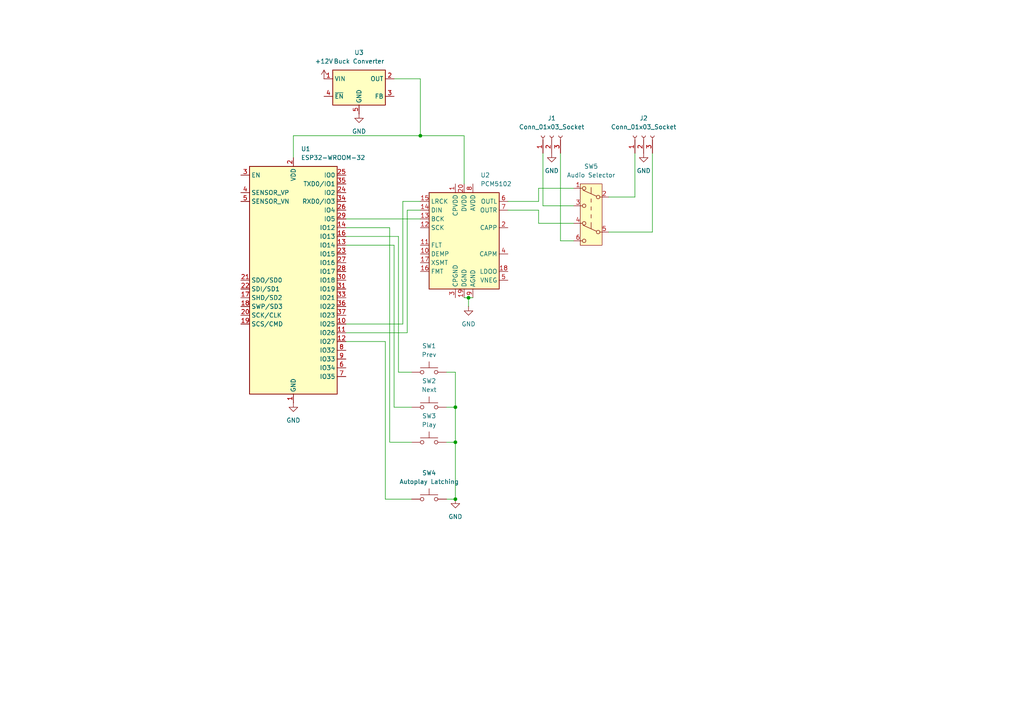
<source format=kicad_sch>
(kicad_sch (version 20231120) (generator "eeschema") (generator_version "8.0")
  (paper "A4")
  (title_block (title "ESP-DIN-BLT") (date "2024-11-28"))
  (lib_symbols
    (symbol "Audio:PCM5102"
      (property "Reference" "U" (at -10.16 13.97 0))
      (property "Value" "PCM5102" (at 3.81 13.97 0))
      (symbol "PCM5102_0_1"
        (rectangle (start -10.16 12.7) (end 10.16 -15.24) (stroke (width 0.254)) (fill (type background)))
      )
      (symbol "PCM5102_1_1"
        (pin passive line (at -2.54 15.24 270) (length 2.54) (name "CPVDD") (number "1"))
        (pin input line (at -12.7 -5.08 0) (length 2.54) (name "DEMP") (number "10"))
        (pin input line (at -12.7 -2.54 0) (length 2.54) (name "FLT") (number "11"))
        (pin input line (at -12.7 2.54 0) (length 2.54) (name "SCK") (number "12"))
        (pin input line (at -12.7 5.08 0) (length 2.54) (name "BCK") (number "13"))
        (pin input line (at -12.7 7.62 0) (length 2.54) (name "DIN") (number "14"))
        (pin input line (at -12.7 10.16 0) (length 2.54) (name "LRCK") (number "15"))
        (pin input line (at -12.7 -10.16 0) (length 2.54) (name "FMT") (number "16"))
        (pin input line (at -12.7 -7.62 0) (length 2.54) (name "XSMT") (number "17"))
        (pin passive line (at 12.7 -10.16 180) (length 2.54) (name "LDOO") (number "18"))
        (pin power_in line (at 0 -17.78 90) (length 2.54) (name "DGND") (number "19"))
        (pin passive line (at 12.7 2.54 180) (length 2.54) (name "CAPP") (number "2"))
        (pin power_in line (at 0 15.24 270) (length 2.54) (name "DVDD") (number "20"))
        (pin power_in line (at -2.54 -17.78 90) (length 2.54) (name "CPGND") (number "3"))
        (pin passive line (at 12.7 -5.08 180) (length 2.54) (name "CAPM") (number "4"))
        (pin passive line (at 12.7 -12.7 180) (length 2.54) (name "VNEG") (number "5"))
        (pin output line (at 12.7 10.16 180) (length 2.54) (name "OUTL") (number "6"))
        (pin output line (at 12.7 7.62 180) (length 2.54) (name "OUTR") (number "7"))
        (pin power_in line (at 2.54 15.24 270) (length 2.54) (name "AVDD") (number "8"))
        (pin power_in line (at 2.54 -17.78 90) (length 2.54) (name "AGND") (number "9"))
      )
    )
    (symbol "Connector:Conn_01x03_Socket" (pin_names (offset 1.016) hide)
      (property "Reference" "J" (at 0 5.08 0))
      (property "Value" "Conn_01x03_Socket" (at 0 -5.08 0))
      (symbol "Conn_01x03_Socket_1_1"
        (arc (start 0 -2.032) (mid -0.5058 -2.54) (end 0 -3.048) (stroke (width 0.1524)))
        (polyline (pts (xy -1.27 -2.54) (xy -0.508 -2.54)) (stroke (width 0.1524)))
        (polyline (pts (xy -1.27 0) (xy -0.508 0)) (stroke (width 0.1524)))
        (polyline (pts (xy -1.27 2.54) (xy -0.508 2.54)) (stroke (width 0.1524)))
        (arc (start 0 0.508) (mid -0.5058 0) (end 0 -0.508) (stroke (width 0.1524)))
        (arc (start 0 3.048) (mid -0.5058 2.54) (end 0 2.032) (stroke (width 0.1524)))
        (pin passive line (at -5.08 2.54 0) (length 3.81) (name "Pin_1") (number "1"))
        (pin passive line (at -5.08 0 0) (length 3.81) (name "Pin_2") (number "2"))
        (pin passive line (at -5.08 -2.54 0) (length 3.81) (name "Pin_3") (number "3"))
      )
    )
    (symbol "RF_Module:ESP32-WROOM-32"
      (property "Reference" "U" (at -12.7 34.29 0))
      (property "Value" "ESP32-WROOM-32" (at 1.27 34.29 0))
      (symbol "ESP32-WROOM-32_0_1"
        (rectangle (start -12.7 33.02) (end 12.7 -33.02) (stroke (width 0.254)) (fill (type background)))
      )
      (symbol "ESP32-WROOM-32_1_1"
        (pin power_in line (at 0 -35.56 90) (length 2.54) (name "GND") (number "1"))
        (pin bidirectional line (at 15.24 -12.7 180) (length 2.54) (name "IO25") (number "10"))
        (pin bidirectional line (at 15.24 -15.24 180) (length 2.54) (name "IO26") (number "11"))
        (pin bidirectional line (at 15.24 -17.78 180) (length 2.54) (name "IO27") (number "12"))
        (pin bidirectional line (at 15.24 10.16 180) (length 2.54) (name "IO14") (number "13"))
        (pin bidirectional line (at 15.24 15.24 180) (length 2.54) (name "IO12") (number "14"))
        (pin passive line (at 0 -35.56 90) (length 2.54) hide (name "GND") (number "15"))
        (pin bidirectional line (at 15.24 12.7 180) (length 2.54) (name "IO13") (number "16"))
        (pin bidirectional line (at -15.24 -5.08 0) (length 2.54) (name "SHD/SD2") (number "17"))
        (pin bidirectional line (at -15.24 -7.62 0) (length 2.54) (name "SWP/SD3") (number "18"))
        (pin bidirectional line (at -15.24 -12.7 0) (length 2.54) (name "SCS/CMD") (number "19"))
        (pin power_in line (at 0 35.56 270) (length 2.54) (name "VDD") (number "2"))
        (pin bidirectional line (at -15.24 -10.16 0) (length 2.54) (name "SCK/CLK") (number "20"))
        (pin bidirectional line (at -15.24 0 0) (length 2.54) (name "SDO/SD0") (number "21"))
        (pin bidirectional line (at -15.24 -2.54 0) (length 2.54) (name "SDI/SD1") (number "22"))
        (pin bidirectional line (at 15.24 7.62 180) (length 2.54) (name "IO15") (number "23"))
        (pin bidirectional line (at 15.24 25.4 180) (length 2.54) (name "IO2") (number "24"))
        (pin bidirectional line (at 15.24 30.48 180) (length 2.54) (name "IO0") (number "25"))
        (pin bidirectional line (at 15.24 20.32 180) (length 2.54) (name "IO4") (number "26"))
        (pin bidirectional line (at 15.24 5.08 180) (length 2.54) (name "IO16") (number "27"))
        (pin bidirectional line (at 15.24 2.54 180) (length 2.54) (name "IO17") (number "28"))
        (pin bidirectional line (at 15.24 17.78 180) (length 2.54) (name "IO5") (number "29"))
        (pin input line (at -15.24 30.48 0) (length 2.54) (name "EN") (number "3"))
        (pin bidirectional line (at 15.24 0 180) (length 2.54) (name "IO18") (number "30"))
        (pin bidirectional line (at 15.24 -2.54 180) (length 2.54) (name "IO19") (number "31"))
        (pin no_connect line (at -12.7 -27.94 0) (length 2.54) hide (name "NC") (number "32"))
        (pin bidirectional line (at 15.24 -5.08 180) (length 2.54) (name "IO21") (number "33"))
        (pin bidirectional line (at 15.24 22.86 180) (length 2.54) (name "RXD0/IO3") (number "34"))
        (pin bidirectional line (at 15.24 27.94 180) (length 2.54) (name "TXD0/IO1") (number "35"))
        (pin bidirectional line (at 15.24 -7.62 180) (length 2.54) (name "IO22") (number "36"))
        (pin bidirectional line (at 15.24 -10.16 180) (length 2.54) (name "IO23") (number "37"))
        (pin passive line (at 0 -35.56 90) (length 2.54) hide (name "GND") (number "38"))
        (pin passive line (at 0 -35.56 90) (length 2.54) hide (name "GND") (number "39"))
        (pin input line (at -15.24 25.4 0) (length 2.54) (name "SENSOR_VP") (number "4"))
        (pin input line (at -15.24 22.86 0) (length 2.54) (name "SENSOR_VN") (number "5"))
        (pin input line (at 15.24 -25.4 180) (length 2.54) (name "IO34") (number "6"))
        (pin input line (at 15.24 -27.94 180) (length 2.54) (name "IO35") (number "7"))
        (pin bidirectional line (at 15.24 -20.32 180) (length 2.54) (name "IO32") (number "8"))
        (pin bidirectional line (at 15.24 -22.86 180) (length 2.54) (name "IO33") (number "9"))
      )
    )
    (symbol "Regulator_Switching:XL1509-5.0"
      (property "Reference" "U" (at -7.112 6.096 0))
      (property "Value" "XL1509-5.0" (at 5.842 6.096 0))
      (symbol "XL1509-5.0_0_1"
        (rectangle (start -7.62 5.08) (end 7.62 -5.08) (stroke (width 0.254)) (fill (type background)))
      )
      (symbol "XL1509-5.0_1_1"
        (pin power_in line (at -10.16 2.54 0) (length 2.54) (name "VIN") (number "1"))
        (pin power_out line (at 10.16 2.54 180) (length 2.54) (name "OUT") (number "2"))
        (pin input line (at 10.16 -2.54 180) (length 2.54) (name "FB") (number "3"))
        (pin input line (at -10.16 -2.54 0) (length 2.54) (name "~{EN}") (number "4"))
        (pin power_in line (at 0 -7.62 90) (length 2.54) (name "GND") (number "5"))
        (pin passive line (at 0 -7.62 90) (length 2.54) hide (name "GND") (number "6"))
        (pin passive line (at 0 -7.62 90) (length 2.54) hide (name "GND") (number "7"))
        (pin passive line (at 0 -7.62 90) (length 2.54) hide (name "GND") (number "8"))
      )
    )
    (symbol "Switch:SW_Push" (pin_numbers hide) (pin_names (offset 1.016) hide)
      (property "Reference" "SW" (at 1.27 2.54 0))
      (property "Value" "SW_Push" (at 0 -1.524 0))
      (symbol "SW_Push_0_1"
        (circle (center -2.032 0) (radius 0.508))
        (polyline (pts (xy 0 1.27) (xy 0 3.048)))
        (polyline (pts (xy 2.54 1.27) (xy -2.54 1.27)))
        (circle (center 2.032 0) (radius 0.508))
        (pin passive line (at -5.08 0 0) (length 2.54) (name "1") (number "1"))
        (pin passive line (at 5.08 0 180) (length 2.54) (name "2") (number "2"))
      )
    )
    (symbol "Switch:SW_Push_DPDT" (pin_names (offset 0) hide)
      (property "Reference" "SW" (at 0 10.16 0))
      (property "Value" "SW_Push_DPDT" (at 0 -10.16 0))
      (symbol "SW_Push_DPDT_0_0"
        (circle (center -2.032 -5.08) (radius 0.508))
        (circle (center -2.032 5.08) (radius 0.508))
        (circle (center 2.032 -7.62) (radius 0.508))
        (circle (center 2.032 2.54) (radius 0.508))
      )
      (symbol "SW_Push_DPDT_0_1"
        (polyline (pts (xy -1.524 -4.826) (xy 2.3368 -3.0988)))
        (polyline (pts (xy -1.524 5.334) (xy 2.3368 7.0612)))
        (polyline (pts (xy 0 -2.286) (xy 0 -4.064)))
        (polyline (pts (xy 0 -1.016) (xy 0 0)))
        (polyline (pts (xy 0 1.27) (xy 0 2.286)))
        (polyline (pts (xy 0 3.556) (xy 0 4.572)))
        (polyline (pts (xy 0 7.874) (xy 0 6.096)))
        (circle (center 2.032 -2.54) (radius 0.508))
        (circle (center 2.032 7.62) (radius 0.508))
      )
      (symbol "SW_Push_DPDT_1_1"
        (rectangle (start -3.175 8.89) (end 3.175 -8.89) (fill (type background)))
        (pin passive line (at 5.08 7.62 180) (length 2.54) (name "A") (number "1"))
        (pin passive line (at -5.08 5.08 0) (length 2.54) (name "B") (number "2"))
        (pin passive line (at 5.08 2.54 180) (length 2.54) (name "C") (number "3"))
        (pin passive line (at 5.08 -2.54 180) (length 2.54) (name "A") (number "4"))
        (pin passive line (at -5.08 -5.08 0) (length 2.54) (name "B") (number "5"))
        (pin passive line (at 5.08 -7.62 180) (length 2.54) (name "C") (number "6"))
      )
    )
    (symbol "power:+12V" (power) (pin_numbers hide) (pin_names (offset 0) hide)
      (property "Value" "+12V" (at 0 3.556 0))
      (symbol "+12V_0_1"
        (polyline (pts (xy -0.762 1.27) (xy 0 2.54)))
        (polyline (pts (xy 0 0) (xy 0 2.54)))
        (polyline (pts (xy 0 2.54) (xy 0.762 1.27)))
      )
      (symbol "+12V_1_1"
        (pin power_in line (at 0 0 90) (length 0) (name "~") (number "1"))
      )
    )
    (symbol "power:GND" (power) (pin_numbers hide) (pin_names (offset 0) hide)
      (property "Value" "GND" (at 0 -3.81 0))
      (symbol "GND_0_1"
        (polyline (pts (xy 0 0) (xy 0 -1.27) (xy 1.27 -1.27) (xy 0 -2.54) (xy -1.27 -1.27) (xy 0 -1.27)))
      )
      (symbol "GND_1_1"
        (pin power_in line (at 0 0 270) (length 0) (name "~") (number "1"))
      )
    )
  )
  (junction (at 132.08 118.11))
  (junction (at 132.08 144.78))
  (junction (at 121.92 39.37))
  (junction (at 132.08 128.27))
  (junction (at 135.89 86.36))
  (wire (pts (xy 132.08 107.95) (xy 132.08 118.11)))
  (wire (pts (xy 132.08 144.78) (xy 129.54 144.78)))
  (wire (pts (xy 156.21 64.77) (xy 166.37 64.77)))
  (wire (pts (xy 135.89 88.9) (xy 135.89 86.36)))
  (wire (pts (xy 121.92 22.86) (xy 121.92 39.37)))
  (wire (pts (xy 118.11 60.96) (xy 121.92 60.96)))
  (wire (pts (xy 147.32 60.96) (xy 156.21 60.96)))
  (wire (pts (xy 121.92 58.42) (xy 116.84 58.42)))
  (wire (pts (xy 115.57 68.58) (xy 100.33 68.58)))
  (wire (pts (xy 129.54 128.27) (xy 132.08 128.27)))
  (wire (pts (xy 134.62 39.37) (xy 121.92 39.37)))
  (wire (pts (xy 119.38 144.78) (xy 111.76 144.78)))
  (wire (pts (xy 100.33 63.5) (xy 121.92 63.5)))
  (wire (pts (xy 115.57 107.95) (xy 115.57 68.58)))
  (wire (pts (xy 156.21 54.61) (xy 166.37 54.61)))
  (wire (pts (xy 129.54 107.95) (xy 132.08 107.95)))
  (wire (pts (xy 157.48 44.45) (xy 157.48 59.69)))
  (wire (pts (xy 132.08 128.27) (xy 132.08 144.78)))
  (wire (pts (xy 100.33 96.52) (xy 118.11 96.52)))
  (wire (pts (xy 156.21 58.42) (xy 156.21 54.61)))
  (wire (pts (xy 119.38 107.95) (xy 115.57 107.95)))
  (wire (pts (xy 85.09 39.37) (xy 85.09 45.72)))
  (wire (pts (xy 114.3 71.12) (xy 100.33 71.12)))
  (wire (pts (xy 119.38 118.11) (xy 114.3 118.11)))
  (wire (pts (xy 176.53 67.31) (xy 189.23 67.31)))
  (wire (pts (xy 129.54 118.11) (xy 132.08 118.11)))
  (wire (pts (xy 119.38 128.27) (xy 113.03 128.27)))
  (wire (pts (xy 184.15 57.15) (xy 184.15 44.45)))
  (wire (pts (xy 121.92 39.37) (xy 85.09 39.37)))
  (wire (pts (xy 162.56 69.85) (xy 166.37 69.85)))
  (wire (pts (xy 147.32 58.42) (xy 156.21 58.42)))
  (wire (pts (xy 132.08 118.11) (xy 132.08 128.27)))
  (wire (pts (xy 116.84 58.42) (xy 116.84 93.98)))
  (wire (pts (xy 189.23 67.31) (xy 189.23 44.45)))
  (wire (pts (xy 176.53 57.15) (xy 184.15 57.15)))
  (wire (pts (xy 111.76 144.78) (xy 111.76 99.06)))
  (wire (pts (xy 113.03 128.27) (xy 113.03 66.04)))
  (wire (pts (xy 156.21 60.96) (xy 156.21 64.77)))
  (wire (pts (xy 118.11 96.52) (xy 118.11 60.96)))
  (wire (pts (xy 135.89 86.36) (xy 134.62 86.36)))
  (wire (pts (xy 116.84 93.98) (xy 100.33 93.98)))
  (wire (pts (xy 113.03 66.04) (xy 100.33 66.04)))
  (wire (pts (xy 134.62 53.34) (xy 134.62 39.37)))
  (wire (pts (xy 114.3 22.86) (xy 121.92 22.86)))
  (wire (pts (xy 162.56 44.45) (xy 162.56 69.85)))
  (wire (pts (xy 157.48 59.69) (xy 166.37 59.69)))
  (wire (pts (xy 114.3 118.11) (xy 114.3 71.12)))
  (wire (pts (xy 111.76 99.06) (xy 100.33 99.06)))
  (wire (pts (xy 135.89 86.36) (xy 137.16 86.36)))
  (symbol (lib_id "power:GND") (at 85.09 116.84 0) (unit 1)
    (property "Reference" "#PWR03" (effects (hide yes)))
    (property "Value" "GND" (at 85.09 121.92 0))
    (property "Description" "Power symbol creates a global label with name \"GND\" , ground" (effects (hide yes)))
  )
  (symbol (lib_id "power:GND") (at 132.08 144.78 0) (unit 1)
    (property "Reference" "#PWR07" (effects (hide yes)))
    (property "Value" "GND" (at 132.08 149.86 0))
    (property "Description" "Power symbol creates a global label with name \"GND\" , ground" (effects (hide yes)))
  )
  (symbol (lib_id "Switch:SW_Push") (at 124.46 144.78 0) (unit 1)
    (property "Reference" "SW4" (at 124.46 137.16 0))
    (property "Value" "Autoplay Latching" (at 124.46 139.7 0))
    (property "Description" "Push button switch, generic, two pins" (effects (hide yes)))
  )
  (symbol (lib_id "power:GND") (at 135.89 88.9 0) (unit 1)
    (property "Reference" "#PWR01" (effects (hide yes)))
    (property "Value" "GND" (at 135.89 93.98 0))
    (property "Description" "Power symbol creates a global label with name \"GND\" , ground" (effects (hide yes)))
  )
  (symbol (lib_id "power:GND") (at 160.02 44.45 0) (unit 1)
    (property "Reference" "#PWR05" (effects (hide yes)))
    (property "Value" "GND" (at 160.02 49.53 0))
    (property "Description" "Power symbol creates a global label with name \"GND\" , ground" (effects (hide yes)))
  )
  (symbol (lib_id "Switch:SW_Push") (at 124.46 118.11 0) (unit 1)
    (property "Reference" "SW2" (at 124.46 110.49 0))
    (property "Value" "Next" (at 124.46 113.03 0))
    (property "Description" "Push button switch, generic, two pins" (effects (hide yes)))
  )
  (symbol (lib_id "power:GND") (at 186.69 44.45 0) (unit 1)
    (property "Reference" "#PWR06" (effects (hide yes)))
    (property "Value" "GND" (at 186.69 49.53 0))
    (property "Description" "Power symbol creates a global label with name \"GND\" , ground" (effects (hide yes)))
  )
  (symbol (lib_id "Switch:SW_Push") (at 124.46 107.95 0) (unit 1)
    (property "Reference" "SW1" (at 124.46 100.33 0))
    (property "Value" "Prev" (at 124.46 102.87 0))
    (property "Description" "Push button switch, generic, two pins" (effects (hide yes)))
  )
  (symbol (lib_id "Switch:SW_Push_DPDT") (at 171.45 62.23 0) (mirror y) (unit 1)
    (property "Reference" "SW5" (at 171.45 48.26 0))
    (property "Value" "Audio Selector" (at 171.45 50.8 0))
    (property "Description" "Momentary Switch, dual pole double throw" (effects (hide yes)))
  )
  (symbol (lib_id "Connector:Conn_01x03_Socket") (at 160.02 39.37 90) (unit 1)
    (property "Reference" "J1" (at 160.02 34.29 90))
    (property "Value" "Conn_01x03_Socket" (at 160.02 36.83 90))
    (property "Description" "Generic connector, single row, 01x03, script generated" (effects (hide yes)))
  )
  (symbol (lib_id "power:GND") (at 104.14 33.02 0) (unit 1)
    (property "Reference" "#PWR02" (effects (hide yes)))
    (property "Value" "GND" (at 104.14 38.1 0))
    (property "Description" "Power symbol creates a global label with name \"GND\" , ground" (effects (hide yes)))
  )
  (symbol (lib_id "power:+12V") (at 93.98 22.86 0) (unit 1)
    (property "Reference" "#PWR04" (effects (hide yes)))
    (property "Value" "+12V" (at 93.98 17.78 0))
    (property "Description" "Power symbol creates a global label with name \"+12V\"" (effects (hide yes)))
  )
  (symbol (lib_id "Audio:PCM5102") (at 134.62 68.58 0) (unit 1)
    (property "Reference" "U2" (at 139.3541 50.8 0) (effects (justify left)))
    (property "Value" "PCM5102" (at 139.3541 53.34 0) (effects (justify left)))
    (property "Footprint" "Package_SO:TSSOP-20_4.4x6.5mm_P0.65mm" (effects (hide yes)))
    (property "Datasheet" "http://www.ti.com/lit/ds/symlink/pcm5102.pdf" (effects (hide yes)))
    (property "Description" "2VRMS DirectPath, 112dB Audio Stereo DAC with 32-bit, 384kHz PCM Interface, TSSOP-20" (effects (hide yes)))
  )
  (symbol (lib_id "RF_Module:ESP32-WROOM-32") (at 85.09 81.28 0) (unit 1)
    (property "Reference" "U1" (at 87.2841 43.18 0) (effects (justify left)))
    (property "Value" "ESP32-WROOM-32" (at 87.2841 45.72 0) (effects (justify left)))
    (property "Footprint" "RF_Module:ESP32-WROOM-32" (effects (hide yes)))
    (property "Datasheet" "https://www.espressif.com/sites/default/files/documentation/esp32-wroom-32_datasheet_en.pdf" (effects (hide yes)))
    (property "Description" "RF Module, ESP32-D0WDQ6 SoC, Wi-Fi 802.11b/g/n, Bluetooth, BLE, 32-bit, 2.7-3.6V, onboard antenna, SMD" (effects (hide yes)))
  )
  (symbol (lib_id "Switch:SW_Push") (at 124.46 128.27 0) (unit 1)
    (property "Reference" "SW3" (at 124.46 120.65 0))
    (property "Value" "Play" (at 124.46 123.19 0))
    (property "Description" "Push button switch, generic, two pins" (effects (hide yes)))
  )
  (symbol (lib_id "Connector:Conn_01x03_Socket") (at 186.69 39.37 90) (unit 1)
    (property "Reference" "J2" (at 186.69 34.29 90))
    (property "Value" "Conn_01x03_Socket" (at 186.69 36.83 90))
    (property "Description" "Generic connector, single row, 01x03, script generated" (effects (hide yes)))
  )
  (symbol (lib_id "Regulator_Switching:XL1509-5.0") (at 104.14 25.4 0) (unit 1)
    (property "Reference" "U3" (at 104.14 15.24 0))
    (property "Value" "Buck Converter" (at 104.14 17.78 0))
    (property "Footprint" "Package_SO:SOIC-8_3.9x4.9mm_P1.27mm" (effects (hide yes)))
    (property "Datasheet" "https://datasheet.lcsc.com/lcsc/1809050422_XLSEMI-XL1509-5-0E1_C61063.pdf" (effects (hide yes)))
    (property "Description" "Buck DC/DC Converter, 2A, 5V Output Voltage, 7-40V Input Voltage" (effects (hide yes)))
  )
)
</source>
